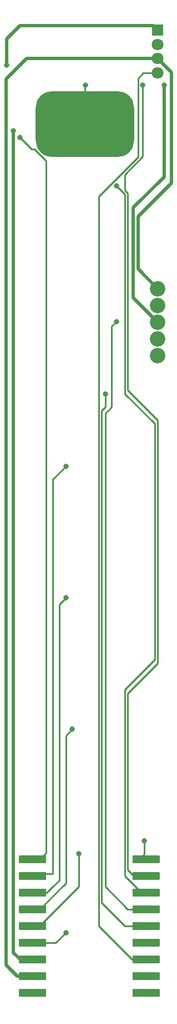
<source format=gbl>
G04 #@! TF.GenerationSoftware,KiCad,Pcbnew,7.0.5-0*
G04 #@! TF.CreationDate,2024-12-12T00:25:14-05:00*
G04 #@! TF.ProjectId,ESP32_MIDI_v3.kicad_pro,45535033-325f-44d4-9944-495f76332e6b,rev?*
G04 #@! TF.SameCoordinates,Original*
G04 #@! TF.FileFunction,Copper,L2,Bot*
G04 #@! TF.FilePolarity,Positive*
%FSLAX46Y46*%
G04 Gerber Fmt 4.6, Leading zero omitted, Abs format (unit mm)*
G04 Created by KiCad (PCBNEW 7.0.5-0) date 2024-12-12 00:25:14*
%MOMM*%
%LPD*%
G01*
G04 APERTURE LIST*
G04 Aperture macros list*
%AMRoundRect*
0 Rectangle with rounded corners*
0 $1 Rounding radius*
0 $2 $3 $4 $5 $6 $7 $8 $9 X,Y pos of 4 corners*
0 Add a 4 corners polygon primitive as box body*
4,1,4,$2,$3,$4,$5,$6,$7,$8,$9,$2,$3,0*
0 Add four circle primitives for the rounded corners*
1,1,$1+$1,$2,$3*
1,1,$1+$1,$4,$5*
1,1,$1+$1,$6,$7*
1,1,$1+$1,$8,$9*
0 Add four rect primitives between the rounded corners*
20,1,$1+$1,$2,$3,$4,$5,0*
20,1,$1+$1,$4,$5,$6,$7,0*
20,1,$1+$1,$6,$7,$8,$9,0*
20,1,$1+$1,$8,$9,$2,$3,0*%
%AMFreePoly0*
4,1,25,0.515063,3.095106,0.530902,3.095106,0.543715,3.085796,0.558779,3.080902,0.568088,3.068088,0.580902,3.058779,0.585796,3.043715,0.595106,3.030902,0.595106,3.015062,0.600000,3.000000,0.600000,-1.000000,-0.600000,-1.000000,-0.600000,3.000000,-0.595106,3.015062,-0.595106,3.030902,-0.585796,3.043715,-0.580902,3.058779,-0.568088,3.068088,-0.558779,3.080902,-0.543715,3.085796,
-0.530902,3.095106,-0.515063,3.095106,-0.500000,3.100000,0.500000,3.100000,0.515063,3.095106,0.515063,3.095106,$1*%
G04 Aperture macros list end*
G04 #@! TA.AperFunction,ComponentPad*
%ADD10C,2.340000*%
G04 #@! TD*
G04 #@! TA.AperFunction,SMDPad,CuDef*
%ADD11FreePoly0,90.000000*%
G04 #@! TD*
G04 #@! TA.AperFunction,SMDPad,CuDef*
%ADD12FreePoly0,270.000000*%
G04 #@! TD*
G04 #@! TA.AperFunction,SMDPad,CuDef*
%ADD13RoundRect,2.500000X5.000000X2.500000X-5.000000X2.500000X-5.000000X-2.500000X5.000000X-2.500000X0*%
G04 #@! TD*
G04 #@! TA.AperFunction,ComponentPad*
%ADD14R,1.800000X1.800000*%
G04 #@! TD*
G04 #@! TA.AperFunction,ComponentPad*
%ADD15C,1.800000*%
G04 #@! TD*
G04 #@! TA.AperFunction,ViaPad*
%ADD16C,0.800000*%
G04 #@! TD*
G04 #@! TA.AperFunction,Conductor*
%ADD17C,0.500000*%
G04 #@! TD*
G04 #@! TA.AperFunction,Conductor*
%ADD18C,0.250000*%
G04 #@! TD*
G04 APERTURE END LIST*
D10*
X51000000Y-73000000D03*
X51000000Y-75540000D03*
X51000000Y-78080000D03*
X51000000Y-80620000D03*
X51000000Y-83160000D03*
D11*
X33000000Y-180160000D03*
X33000000Y-177620000D03*
X33000000Y-175080000D03*
X33000000Y-172540000D03*
X33000000Y-170000000D03*
X33000000Y-167460000D03*
X33000000Y-164920000D03*
X33000000Y-162380000D03*
X33000000Y-159840000D03*
D12*
X48240000Y-159840000D03*
X48240000Y-162380000D03*
X48240000Y-164920000D03*
X48240000Y-167460000D03*
X48240000Y-170000000D03*
X48240000Y-172540000D03*
X48240000Y-175080000D03*
X48240000Y-177620000D03*
X48240000Y-180160000D03*
D13*
X39922000Y-48000000D03*
D14*
X51000000Y-33682000D03*
D15*
X51000000Y-35841000D03*
X51000000Y-38000000D03*
X51000000Y-40159000D03*
D16*
X52000000Y-42000000D03*
X29000000Y-49000000D03*
X28000000Y-39000000D03*
X40000000Y-42000000D03*
X48724500Y-42000000D03*
X44724500Y-57380498D03*
X44724500Y-78000000D03*
X49000000Y-157000000D03*
X30000000Y-50000000D03*
X43000000Y-89000000D03*
X37000000Y-100000000D03*
X37000000Y-120000000D03*
X38000000Y-140000000D03*
X39000000Y-159000000D03*
X37000000Y-171000000D03*
D17*
X52000000Y-42000000D02*
X52000000Y-56000000D01*
X52000000Y-56000000D02*
X47300000Y-60700000D01*
X47300000Y-60700000D02*
X47300000Y-74380000D01*
X47300000Y-74380000D02*
X51000000Y-78080000D01*
D18*
X46450000Y-88450000D02*
X51000000Y-93000000D01*
X48724500Y-42000000D02*
X48724500Y-52911896D01*
X46450000Y-58469602D02*
X46450000Y-88450000D01*
X48724500Y-52911896D02*
X46000000Y-55636396D01*
X46000000Y-58019602D02*
X46450000Y-58469602D01*
X51000000Y-93000000D02*
X51000000Y-130000000D01*
X46000000Y-55636396D02*
X46000000Y-58019602D01*
X51000000Y-130000000D02*
X46450000Y-134550000D01*
X46450000Y-134550000D02*
X46450000Y-161450000D01*
X46450000Y-161450000D02*
X47380000Y-162380000D01*
X47380000Y-162380000D02*
X48240000Y-162380000D01*
D17*
X29000000Y-54000000D02*
X29000000Y-49000000D01*
X28000000Y-39000000D02*
X28000000Y-35000000D01*
X28000000Y-35000000D02*
X30000000Y-33000000D01*
X30000000Y-33000000D02*
X50318000Y-33000000D01*
X50318000Y-33000000D02*
X51000000Y-33682000D01*
X51000000Y-73000000D02*
X48000000Y-70000000D01*
X48000000Y-70000000D02*
X48000000Y-62000000D01*
X53100000Y-40100000D02*
X51000000Y-38000000D01*
X48000000Y-62000000D02*
X53100000Y-56900000D01*
X53100000Y-56900000D02*
X53100000Y-40100000D01*
D18*
X48240000Y-164920000D02*
X48530000Y-164920000D01*
X50550000Y-129450000D02*
X50550000Y-93550000D01*
X46000000Y-89000000D02*
X46000000Y-58655998D01*
X48530000Y-164920000D02*
X46000000Y-162390000D01*
X46000000Y-162390000D02*
X46000000Y-134000000D01*
X46000000Y-134000000D02*
X50550000Y-129450000D01*
X50550000Y-93550000D02*
X46000000Y-89000000D01*
X46000000Y-58655998D02*
X44724500Y-57380498D01*
X48240000Y-167460000D02*
X46460000Y-167460000D01*
X43000000Y-92000000D02*
X44000000Y-91000000D01*
X46460000Y-167460000D02*
X43000000Y-164000000D01*
X44000000Y-78724500D02*
X44724500Y-78000000D01*
X43000000Y-164000000D02*
X43000000Y-92000000D01*
X44000000Y-91000000D02*
X44000000Y-78724500D01*
X46000000Y-170000000D02*
X48240000Y-170000000D01*
X43000000Y-89000000D02*
X43000000Y-91000000D01*
X43000000Y-91000000D02*
X42450000Y-91550000D01*
X42450000Y-166450000D02*
X46000000Y-170000000D01*
X42450000Y-91550000D02*
X42450000Y-166450000D01*
D17*
X33000000Y-175080000D02*
X30080000Y-175080000D01*
X30080000Y-175080000D02*
X29000000Y-174000000D01*
X29000000Y-174000000D02*
X29000000Y-54000000D01*
D18*
X48240000Y-175080000D02*
X47080000Y-175080000D01*
X47080000Y-175080000D02*
X42000000Y-170000000D01*
X42000000Y-170000000D02*
X42000000Y-59000000D01*
X48841000Y-40159000D02*
X51000000Y-40159000D01*
X42000000Y-59000000D02*
X48000000Y-53000000D01*
X48000000Y-53000000D02*
X48000000Y-41000000D01*
X48000000Y-41000000D02*
X48841000Y-40159000D01*
X33000000Y-170000000D02*
X39000000Y-164000000D01*
X39000000Y-164000000D02*
X39000000Y-159000000D01*
D17*
X31000000Y-38000000D02*
X51000000Y-38000000D01*
X33000000Y-177620000D02*
X29620000Y-177620000D01*
X29620000Y-177620000D02*
X27900000Y-175900000D01*
X27900000Y-175900000D02*
X27900000Y-41100000D01*
X27900000Y-41100000D02*
X31000000Y-38000000D01*
D18*
X39922000Y-42078000D02*
X40000000Y-42000000D01*
X39922000Y-48000000D02*
X39922000Y-42078000D01*
X49000000Y-159080000D02*
X49000000Y-157000000D01*
X48240000Y-159840000D02*
X49000000Y-159080000D01*
X32213423Y-51786576D02*
X34000000Y-53573153D01*
X31786576Y-51786576D02*
X32213423Y-51786576D01*
X34000000Y-53573153D02*
X34000000Y-158840000D01*
X30000000Y-50000000D02*
X31786576Y-51786576D01*
X34000000Y-158840000D02*
X33000000Y-159840000D01*
X35000000Y-102000000D02*
X37000000Y-100000000D01*
X35000000Y-121000000D02*
X35000000Y-102000000D01*
X35000000Y-162000000D02*
X35000000Y-138000000D01*
X33000000Y-162380000D02*
X33380000Y-162000000D01*
X33380000Y-162000000D02*
X35000000Y-162000000D01*
X35000000Y-138000000D02*
X35000000Y-121000000D01*
X36000000Y-121000000D02*
X37000000Y-120000000D01*
X36000000Y-163000000D02*
X36000000Y-121000000D01*
X34080000Y-164920000D02*
X35000000Y-164000000D01*
X33000000Y-164920000D02*
X34080000Y-164920000D01*
X35000000Y-164000000D02*
X36000000Y-163000000D01*
X37000000Y-144000000D02*
X37000000Y-141000000D01*
X33000000Y-167460000D02*
X37000000Y-163460000D01*
X37000000Y-141000000D02*
X38000000Y-140000000D01*
X37000000Y-163460000D02*
X37000000Y-144000000D01*
X35460000Y-172540000D02*
X37000000Y-171000000D01*
X33000000Y-172540000D02*
X35460000Y-172540000D01*
M02*

</source>
